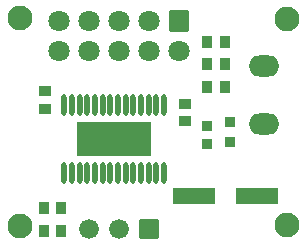
<source format=gts>
G04 Layer: TopSolderMaskLayer*
G04 EasyEDA v6.5.42, 2024-04-26 14:21:03*
G04 83e926d313864eea94535a794ce2a587,2865ae9118a24060a17af6d01c9bcc73,10*
G04 Gerber Generator version 0.2*
G04 Scale: 100 percent, Rotated: No, Reflected: No *
G04 Dimensions in millimeters *
G04 leading zeros omitted , absolute positions ,4 integer and 5 decimal *
%FSLAX45Y45*%
%MOMM*%

%AMMACRO1*1,1,$1,$2,$3*1,1,$1,$4,$5*1,1,$1,0-$2,0-$3*1,1,$1,0-$4,0-$5*20,1,$1,$2,$3,$4,$5,0*20,1,$1,$4,$5,0-$2,0-$3,0*20,1,$1,0-$2,0-$3,0-$4,0-$5,0*20,1,$1,0-$4,0-$5,$2,$3,0*4,1,4,$2,$3,$4,$5,0-$2,0-$3,0-$4,0-$5,$2,$3,0*%
%ADD10MACRO1,0.1016X-0.4X0.4X0.4X0.4*%
%ADD11R,0.9656X0.9081*%
%ADD12MACRO1,0.1016X-1.75X0.6X1.75X0.6*%
%ADD13C,1.8016*%
%ADD14MACRO1,0.1016X0.7874X-0.85X-0.7874X-0.85*%
%ADD15MACRO1,0.1016X0.4032X0.432X0.4032X-0.432*%
%ADD16MACRO1,0.1016X-0.4032X0.432X-0.4032X-0.432*%
%ADD17MACRO1,0.1016X-0.432X0.4032X0.432X0.4032*%
%ADD18MACRO1,0.1016X-0.432X-0.4032X0.432X-0.4032*%
%ADD19MACRO1,0.1016X0.4X-0.45X-0.4X-0.45*%
%ADD20R,1.0016X0.9016*%
%ADD21C,1.6764*%
%ADD22MACRO1,0.1016X0.7874X-0.7874X-0.7874X-0.7874*%
%ADD23O,0.4446016X1.8330926000000003*%
%ADD24MACRO1,0.1016X-3.1X-1.375X-3.1X1.375*%
%ADD25O,2.601595X1.8015966*%
%ADD26C,2.1016*%

%LPD*%
D10*
G01*
X1333500Y-1418589D03*
G01*
X1333500Y-1248410D03*
D11*
G01*
X1143000Y-1283563D03*
G01*
X1143000Y-1434236D03*
D12*
G01*
X1028402Y-1879600D03*
G01*
X1562397Y-1879600D03*
D13*
G01*
X-114300Y-647700D03*
G01*
X-114300Y-393700D03*
G01*
X139700Y-647700D03*
G01*
X139700Y-393700D03*
G01*
X393700Y-647700D03*
G01*
X393700Y-393700D03*
G01*
X647700Y-647700D03*
G01*
X647700Y-393700D03*
G01*
X901700Y-647700D03*
D14*
G01*
X901700Y-393700D03*
D15*
G01*
X1143875Y-571500D03*
D16*
G01*
X1294524Y-571500D03*
D15*
G01*
X1143875Y-762000D03*
D16*
G01*
X1294524Y-762000D03*
D15*
G01*
X1143875Y-952500D03*
D16*
G01*
X1294524Y-952500D03*
D17*
G01*
X-228600Y-1142124D03*
D18*
G01*
X-228600Y-991475D03*
D19*
G01*
X-235099Y-1981200D03*
G01*
X-95100Y-1981200D03*
G01*
X-235099Y-2171700D03*
G01*
X-95100Y-2171700D03*
D20*
G01*
X952500Y-1098397D03*
G01*
X952500Y-1238402D03*
D21*
G01*
X139700Y-2159000D03*
G01*
X393700Y-2159000D03*
D22*
G01*
X647700Y-2159000D03*
D23*
G01*
X-66903Y-1683588D03*
G01*
X-1904Y-1683588D03*
G01*
X63093Y-1683588D03*
G01*
X128092Y-1683588D03*
G01*
X193090Y-1683588D03*
G01*
X258089Y-1683588D03*
G01*
X323113Y-1683588D03*
G01*
X388111Y-1683588D03*
G01*
X453110Y-1683588D03*
G01*
X518109Y-1683588D03*
G01*
X583107Y-1683588D03*
G01*
X648106Y-1683588D03*
G01*
X713104Y-1683588D03*
G01*
X778103Y-1683588D03*
G01*
X-66903Y-1110437D03*
G01*
X-1904Y-1110437D03*
G01*
X63093Y-1110437D03*
G01*
X128092Y-1110437D03*
G01*
X193090Y-1110437D03*
G01*
X258089Y-1110437D03*
G01*
X323113Y-1110437D03*
G01*
X388111Y-1110437D03*
G01*
X453110Y-1110437D03*
G01*
X518109Y-1110437D03*
G01*
X583107Y-1110437D03*
G01*
X648106Y-1110437D03*
G01*
X713104Y-1110437D03*
G01*
X778103Y-1110437D03*
D24*
G01*
X355600Y-1396987D03*
D25*
G01*
X1625600Y-774700D03*
G01*
X1625600Y-1270000D03*
D26*
G01*
X1816100Y-2120900D03*
G01*
X-444500Y-368300D03*
G01*
X-444500Y-2133600D03*
G01*
X1816100Y-381000D03*
M02*

</source>
